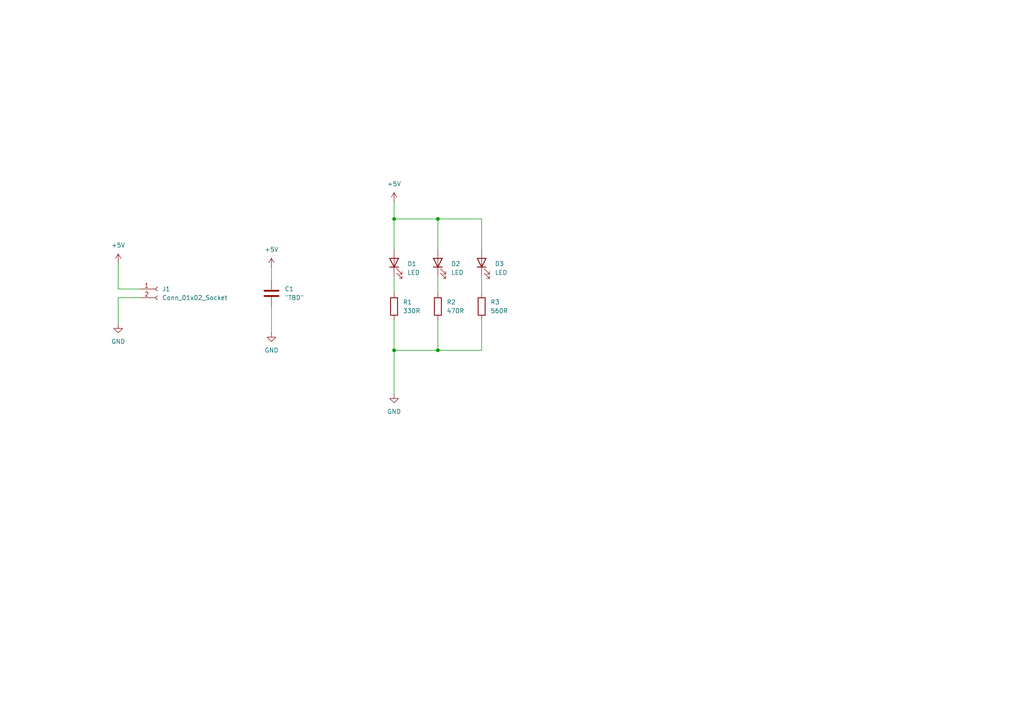
<source format=kicad_sch>
(kicad_sch (version 20231120) (generator "eeschema") (generator_version "8.0")
  (paper "A4")
  (lib_symbols
    (symbol "Connector:Conn_01x02_Socket" (pin_names (offset 1.016) hide)
      (property "Reference" "J" (at 0 2.54 0))
      (property "Value" "Conn_01x02_Socket" (at 0 -5.08 0))
      (symbol "Conn_01x02_Socket_1_1"
        (arc (start 0 -2.032) (mid -0.5058 -2.54) (end 0 -3.048) (stroke (width 0.1524)))
        (polyline (pts (xy -1.27 -2.54) (xy -0.508 -2.54)) (stroke (width 0.1524)))
        (polyline (pts (xy -1.27 0) (xy -0.508 0)) (stroke (width 0.1524)))
        (arc (start 0 0.508) (mid -0.5058 0) (end 0 -0.508) (stroke (width 0.1524)))
        (pin passive line (at -5.08 0 0) (length 3.81) (name "Pin_1") (number "1"))
        (pin passive line (at -5.08 -2.54 0) (length 3.81) (name "Pin_2") (number "2"))
      )
    )
    (symbol "Device:C" (pin_numbers hide) (pin_names (offset 0.254))
      (property "Reference" "C" (at 0.635 2.54 0))
      (property "Value" "C" (at 0.635 -2.54 0))
      (symbol "C_0_1"
        (polyline (pts (xy -2.032 -0.762) (xy 2.032 -0.762)) (stroke (width 0.508)))
        (polyline (pts (xy -2.032 0.762) (xy 2.032 0.762)) (stroke (width 0.508)))
      )
      (symbol "C_1_1"
        (pin passive line (at 0 3.81 270) (length 2.794) (name "~") (number "1"))
        (pin passive line (at 0 -3.81 90) (length 2.794) (name "~") (number "2"))
      )
    )
    (symbol "Device:LED" (pin_numbers hide) (pin_names (offset 1.016) hide)
      (property "Reference" "D" (at 0 2.54 0))
      (property "Value" "LED" (at 0 -2.54 0))
      (symbol "LED_0_1"
        (polyline (pts (xy -1.27 -1.27) (xy -1.27 1.27)) (stroke (width 0.254)))
        (polyline (pts (xy -1.27 0) (xy 1.27 0)))
        (polyline (pts (xy 1.27 -1.27) (xy 1.27 1.27) (xy -1.27 0) (xy 1.27 -1.27)) (stroke (width 0.254)))
        (polyline (pts (xy -3.048 -0.762) (xy -4.572 -2.286) (xy -3.81 -2.286) (xy -4.572 -2.286) (xy -4.572 -1.524)))
        (polyline (pts (xy -1.778 -0.762) (xy -3.302 -2.286) (xy -2.54 -2.286) (xy -3.302 -2.286) (xy -3.302 -1.524)))
      )
      (symbol "LED_1_1"
        (pin passive line (at -3.81 0 0) (length 2.54) (name "K") (number "1"))
        (pin passive line (at 3.81 0 180) (length 2.54) (name "A") (number "2"))
      )
    )
    (symbol "Device:R" (pin_numbers hide) (pin_names (offset 0))
      (property "Reference" "R" (at 2.032 0 90))
      (property "Value" "R" (at 0 0 90))
      (symbol "R_0_1"
        (rectangle (start -1.016 -2.54) (end 1.016 2.54) (stroke (width 0.254)))
      )
      (symbol "R_1_1"
        (pin passive line (at 0 3.81 270) (length 1.27) (name "~") (number "1"))
        (pin passive line (at 0 -3.81 90) (length 1.27) (name "~") (number "2"))
      )
    )
    (symbol "power:+5V" (power) (pin_numbers hide) (pin_names (offset 0) hide)
      (property "Value" "+5V" (at 0 3.556 0))
      (symbol "+5V_0_1"
        (polyline (pts (xy -0.762 1.27) (xy 0 2.54)))
        (polyline (pts (xy 0 0) (xy 0 2.54)))
        (polyline (pts (xy 0 2.54) (xy 0.762 1.27)))
      )
      (symbol "+5V_1_1"
        (pin power_in line (at 0 0 90) (length 0) (name "~") (number "1"))
      )
    )
    (symbol "power:GND" (power) (pin_numbers hide) (pin_names (offset 0) hide)
      (property "Value" "GND" (at 0 -3.81 0))
      (symbol "GND_0_1"
        (polyline (pts (xy 0 0) (xy 0 -1.27) (xy 1.27 -1.27) (xy 0 -2.54) (xy -1.27 -1.27) (xy 0 -1.27)))
      )
      (symbol "GND_1_1"
        (pin power_in line (at 0 0 270) (length 0) (name "~") (number "1"))
      )
    )
  )
  (junction (at 114.3 63.5))
  (junction (at 114.3 101.6))
  (junction (at 127 101.6))
  (junction (at 127 63.5))
  (wire (pts (xy 114.3 101.6) (xy 127 101.6)))
  (wire (pts (xy 78.74 77.47) (xy 78.74 81.28)))
  (wire (pts (xy 127 63.5) (xy 127 72.39)))
  (wire (pts (xy 139.7 101.6) (xy 127 101.6)))
  (wire (pts (xy 127 92.71) (xy 127 101.6)))
  (wire (pts (xy 114.3 80.01) (xy 114.3 85.09)))
  (wire (pts (xy 34.29 83.82) (xy 34.29 76.2)))
  (wire (pts (xy 127 63.5) (xy 139.7 63.5)))
  (wire (pts (xy 139.7 80.01) (xy 139.7 85.09)))
  (wire (pts (xy 78.74 88.9) (xy 78.74 96.52)))
  (wire (pts (xy 114.3 63.5) (xy 114.3 72.39)))
  (wire (pts (xy 139.7 63.5) (xy 139.7 72.39)))
  (wire (pts (xy 114.3 58.42) (xy 114.3 63.5)))
  (wire (pts (xy 114.3 101.6) (xy 114.3 114.3)))
  (wire (pts (xy 40.64 83.82) (xy 34.29 83.82)))
  (wire (pts (xy 114.3 92.71) (xy 114.3 101.6)))
  (wire (pts (xy 139.7 92.71) (xy 139.7 101.6)))
  (wire (pts (xy 127 80.01) (xy 127 85.09)))
  (wire (pts (xy 114.3 63.5) (xy 127 63.5)))
  (wire (pts (xy 34.29 86.36) (xy 34.29 93.98)))
  (wire (pts (xy 40.64 86.36) (xy 34.29 86.36)))
  (symbol (lib_id "Device:C") (at 78.74 85.09 0) (unit 1)
    (property "Reference" "C1" (at 82.55 83.8199 0) (effects (justify left)))
    (property "Value" "\"TBD\"" (at 82.55 86.3599 0) (effects (justify left)))
    (property "Footprint" "Capacitor_SMD:C_0402_1005Metric" (effects (hide yes)))
    (property "Description" "Unpolarized capacitor" (effects (hide yes)))
  )
  (symbol (lib_id "power:GND") (at 114.3 114.3 0) (unit 1)
    (property "Reference" "#PWR02" (effects (hide yes)))
    (property "Value" "GND" (at 114.3 119.38 0))
    (property "Description" "Power symbol creates a global label with name \"GND\" , ground" (effects (hide yes)))
  )
  (symbol (lib_id "Device:LED") (at 114.3 76.2 90) (unit 1)
    (property "Reference" "D1" (at 118.11 76.5174 90) (effects (justify right)))
    (property "Value" "LED" (at 118.11 79.0574 90) (effects (justify right)))
    (property "Footprint" "LED_SMD:LED_0603_1608Metric" (effects (hide yes)))
    (property "Description" "Light emitting diode" (effects (hide yes)))
  )
  (symbol (lib_id "power:+5V") (at 78.74 77.47 0) (unit 1)
    (property "Reference" "#PWR03" (effects (hide yes)))
    (property "Value" "+5V" (at 78.74 72.39 0))
    (property "Description" "Power symbol creates a global label with name \"+5V\"" (effects (hide yes)))
  )
  (symbol (lib_id "Device:LED") (at 139.7 76.2 90) (unit 1)
    (property "Reference" "D3" (at 143.51 76.5174 90) (effects (justify right)))
    (property "Value" "LED" (at 143.51 79.0574 90) (effects (justify right)))
    (property "Footprint" "LED_SMD:LED_0603_1608Metric" (effects (hide yes)))
    (property "Description" "Light emitting diode" (effects (hide yes)))
  )
  (symbol (lib_id "power:GND") (at 34.29 93.98 0) (unit 1)
    (property "Reference" "#PWR06" (effects (hide yes)))
    (property "Value" "GND" (at 34.29 99.06 0))
    (property "Description" "Power symbol creates a global label with name \"GND\" , ground" (effects (hide yes)))
  )
  (symbol (lib_id "Device:R") (at 139.7 88.9 0) (unit 1)
    (property "Reference" "R3" (at 142.24 87.6299 0) (effects (justify left)))
    (property "Value" "560R" (at 142.24 90.1699 0) (effects (justify left)))
    (property "Footprint" "Resistor_SMD:R_0402_1005Metric" (effects (hide yes)))
    (property "Description" "Resistor" (effects (hide yes)))
  )
  (symbol (lib_id "power:+5V") (at 114.3 58.42 0) (unit 1)
    (property "Reference" "#PWR01" (effects (hide yes)))
    (property "Value" "+5V" (at 114.3 53.34 0))
    (property "Description" "Power symbol creates a global label with name \"+5V\"" (effects (hide yes)))
  )
  (symbol (lib_id "Device:R") (at 114.3 88.9 0) (unit 1)
    (property "Reference" "R1" (at 116.84 87.6299 0) (effects (justify left)))
    (property "Value" "330R" (at 116.84 90.1699 0) (effects (justify left)))
    (property "Footprint" "Resistor_SMD:R_0402_1005Metric" (effects (hide yes)))
    (property "Description" "Resistor" (effects (hide yes)))
  )
  (symbol (lib_id "power:GND") (at 78.74 96.52 0) (unit 1)
    (property "Reference" "#PWR04" (effects (hide yes)))
    (property "Value" "GND" (at 78.74 101.6 0))
    (property "Description" "Power symbol creates a global label with name \"GND\" , ground" (effects (hide yes)))
  )
  (symbol (lib_id "Connector:Conn_01x02_Socket") (at 45.72 83.82 0) (unit 1)
    (property "Reference" "J1" (at 46.99 83.8199 0) (effects (justify left)))
    (property "Value" "Conn_01x02_Socket" (at 46.99 86.3599 0) (effects (justify left)))
    (property "Footprint" "Connector_PinSocket_2.54mm:PinSocket_1x02_P2.54mm_Vertical" (effects (hide yes)))
    (property "Description" "Generic connector, single row, 01x02, script generated" (effects (hide yes)))
  )
  (symbol (lib_id "Device:R") (at 127 88.9 0) (unit 1)
    (property "Reference" "R2" (at 129.54 87.6299 0) (effects (justify left)))
    (property "Value" "470R" (at 129.54 90.1699 0) (effects (justify left)))
    (property "Footprint" "Resistor_SMD:R_0402_1005Metric" (effects (hide yes)))
    (property "Description" "Resistor" (effects (hide yes)))
  )
  (symbol (lib_id "Device:LED") (at 127 76.2 90) (unit 1)
    (property "Reference" "D2" (at 130.81 76.5174 90) (effects (justify right)))
    (property "Value" "LED" (at 130.81 79.0574 90) (effects (justify right)))
    (property "Footprint" "LED_SMD:LED_0603_1608Metric" (effects (hide yes)))
    (property "Description" "Light emitting diode" (effects (hide yes)))
  )
  (symbol (lib_id "power:+5V") (at 34.29 76.2 0) (unit 1)
    (property "Reference" "#PWR05" (effects (hide yes)))
    (property "Value" "+5V" (at 34.29 71.12 0))
    (property "Description" "Power symbol creates a global label with name \"+5V\"" (effects (hide yes)))
  )
)
</source>
